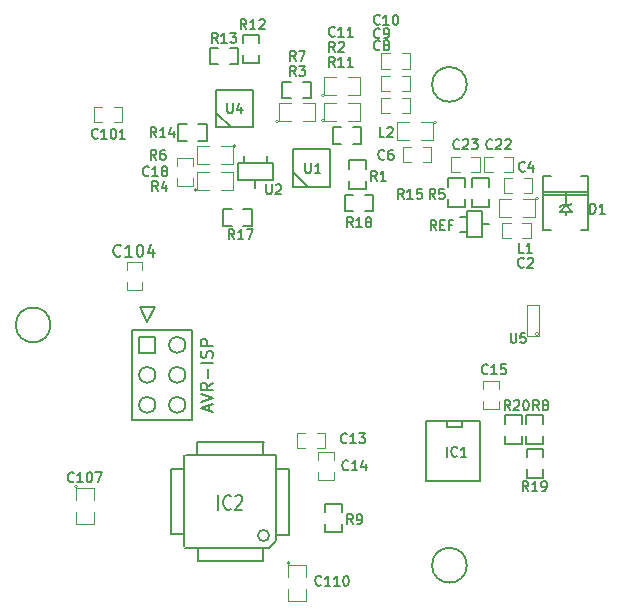
<source format=gto>
G04 (created by PCBNEW (2013-mar-13)-testing) date Mon 02 Sep 2013 08:45:34 PM CEST*
%MOIN*%
G04 Gerber Fmt 3.4, Leading zero omitted, Abs format*
%FSLAX34Y34*%
G01*
G70*
G90*
G04 APERTURE LIST*
%ADD10C,0.005906*%
%ADD11C,0.008000*%
%ADD12C,0.005000*%
%ADD13C,0.004700*%
%ADD14C,0.003900*%
%ADD15C,0.006000*%
%ADD16C,0.003100*%
G04 APERTURE END LIST*
G54D10*
X46840Y-29670D02*
X47090Y-29170D01*
X47090Y-29170D02*
X46590Y-29170D01*
X46590Y-29170D02*
X46840Y-29670D01*
G54D11*
X46340Y-32920D02*
X46340Y-29920D01*
X48340Y-29920D02*
X48340Y-32920D01*
X48340Y-32920D02*
X46340Y-32920D01*
X46340Y-29920D02*
X48340Y-29920D01*
G54D12*
X58005Y-26400D02*
X58225Y-26400D01*
X57495Y-26655D02*
X57275Y-26655D01*
X57495Y-26145D02*
X57275Y-26145D01*
X58005Y-25965D02*
X58005Y-26835D01*
X58005Y-26835D02*
X57495Y-26835D01*
X57495Y-26835D02*
X57495Y-25965D01*
X57495Y-25965D02*
X58005Y-25965D01*
X49597Y-21075D02*
X49875Y-21075D01*
X49875Y-21075D02*
X49875Y-20525D01*
X49875Y-20525D02*
X49597Y-20525D01*
X48925Y-21075D02*
X49203Y-21075D01*
X48925Y-21075D02*
X48925Y-20525D01*
X48925Y-20525D02*
X49203Y-20525D01*
G54D11*
X52200Y-25150D02*
X51700Y-24675D01*
X51700Y-25150D02*
X52950Y-25150D01*
X52950Y-25150D02*
X52950Y-23900D01*
X52950Y-23900D02*
X51700Y-23900D01*
X51700Y-23900D02*
X51700Y-25150D01*
G54D12*
X50075Y-24375D02*
X50075Y-24115D01*
X50825Y-24375D02*
X50825Y-24115D01*
X50450Y-24925D02*
X50450Y-25185D01*
X51040Y-24925D02*
X49860Y-24925D01*
X49860Y-24925D02*
X49860Y-24375D01*
X49860Y-24375D02*
X51040Y-24375D01*
X51040Y-24375D02*
X51040Y-24925D01*
G54D13*
X58953Y-26344D02*
X58678Y-26344D01*
X59347Y-26344D02*
X59622Y-26344D01*
X58953Y-26856D02*
X58678Y-26856D01*
X59622Y-26856D02*
X59347Y-26856D01*
X58678Y-26850D02*
X58678Y-26350D01*
X59622Y-26350D02*
X59622Y-26850D01*
X59397Y-25356D02*
X59672Y-25356D01*
X59003Y-25356D02*
X58728Y-25356D01*
X59397Y-24844D02*
X59672Y-24844D01*
X58728Y-24844D02*
X59003Y-24844D01*
X59672Y-24850D02*
X59672Y-25350D01*
X58728Y-25350D02*
X58728Y-24850D01*
X55643Y-23824D02*
X55368Y-23824D01*
X56037Y-23824D02*
X56312Y-23824D01*
X55643Y-24336D02*
X55368Y-24336D01*
X56312Y-24336D02*
X56037Y-24336D01*
X55368Y-24330D02*
X55368Y-23830D01*
X56312Y-23830D02*
X56312Y-24330D01*
X54923Y-22184D02*
X54648Y-22184D01*
X55317Y-22184D02*
X55592Y-22184D01*
X54923Y-22696D02*
X54648Y-22696D01*
X55592Y-22696D02*
X55317Y-22696D01*
X54648Y-22690D02*
X54648Y-22190D01*
X55592Y-22190D02*
X55592Y-22690D01*
X54923Y-21444D02*
X54648Y-21444D01*
X55317Y-21444D02*
X55592Y-21444D01*
X54923Y-21956D02*
X54648Y-21956D01*
X55592Y-21956D02*
X55317Y-21956D01*
X54648Y-21950D02*
X54648Y-21450D01*
X55592Y-21450D02*
X55592Y-21950D01*
X54923Y-20704D02*
X54648Y-20704D01*
X55317Y-20704D02*
X55592Y-20704D01*
X54923Y-21216D02*
X54648Y-21216D01*
X55592Y-21216D02*
X55317Y-21216D01*
X54648Y-21210D02*
X54648Y-20710D01*
X55592Y-20710D02*
X55592Y-21210D01*
X52497Y-33856D02*
X52772Y-33856D01*
X52103Y-33856D02*
X51828Y-33856D01*
X52497Y-33344D02*
X52772Y-33344D01*
X51828Y-33344D02*
X52103Y-33344D01*
X52772Y-33350D02*
X52772Y-33850D01*
X51828Y-33850D02*
X51828Y-33350D01*
X53056Y-34253D02*
X53056Y-33978D01*
X53056Y-34647D02*
X53056Y-34922D01*
X52544Y-34253D02*
X52544Y-33978D01*
X52544Y-34922D02*
X52544Y-34647D01*
X52550Y-33978D02*
X53050Y-33978D01*
X53050Y-34922D02*
X52550Y-34922D01*
X58556Y-31903D02*
X58556Y-31628D01*
X58556Y-32297D02*
X58556Y-32572D01*
X58044Y-31903D02*
X58044Y-31628D01*
X58044Y-32572D02*
X58044Y-32297D01*
X58050Y-31628D02*
X58550Y-31628D01*
X58550Y-32572D02*
X58050Y-32572D01*
G54D14*
X59875Y-25550D02*
G75*
G03X59875Y-25550I-50J0D01*
G74*
G01*
X59375Y-25550D02*
X59775Y-25550D01*
X59775Y-25550D02*
X59775Y-26150D01*
X59775Y-26150D02*
X59375Y-26150D01*
X58975Y-26150D02*
X58575Y-26150D01*
X58575Y-26150D02*
X58575Y-25550D01*
X58575Y-25550D02*
X58975Y-25550D01*
X56480Y-23000D02*
G75*
G03X56480Y-23000I-50J0D01*
G74*
G01*
X55980Y-23000D02*
X56380Y-23000D01*
X56380Y-23000D02*
X56380Y-23600D01*
X56380Y-23600D02*
X55980Y-23600D01*
X55580Y-23600D02*
X55180Y-23600D01*
X55180Y-23600D02*
X55180Y-23000D01*
X55180Y-23000D02*
X55580Y-23000D01*
G54D12*
X57950Y-32950D02*
X57950Y-34950D01*
X57950Y-34950D02*
X56150Y-34950D01*
X56150Y-34950D02*
X56150Y-32950D01*
X56150Y-32950D02*
X57950Y-32950D01*
X57350Y-32950D02*
X57350Y-33150D01*
X57350Y-33150D02*
X56850Y-33150D01*
X56850Y-33150D02*
X56850Y-32950D01*
G54D14*
X52750Y-22100D02*
G75*
G03X52750Y-22100I-50J0D01*
G74*
G01*
X53150Y-22100D02*
X52750Y-22100D01*
X52750Y-22100D02*
X52750Y-21500D01*
X52750Y-21500D02*
X53150Y-21500D01*
X53550Y-21500D02*
X53950Y-21500D01*
X53950Y-21500D02*
X53950Y-22100D01*
X53950Y-22100D02*
X53550Y-22100D01*
G54D11*
X49625Y-23175D02*
X49125Y-22700D01*
X49125Y-23175D02*
X50375Y-23175D01*
X50375Y-23175D02*
X50375Y-21925D01*
X50375Y-21925D02*
X49125Y-21925D01*
X49125Y-21925D02*
X49125Y-23175D01*
G54D15*
X47620Y-34560D02*
X48070Y-34560D01*
X47620Y-36740D02*
X48060Y-36740D01*
X47620Y-34560D02*
X47620Y-36740D01*
X48500Y-34090D02*
X48500Y-33660D01*
X50710Y-34080D02*
X50710Y-33660D01*
X50720Y-33660D02*
X48500Y-33650D01*
X50700Y-37630D02*
X48530Y-37640D01*
X51130Y-36940D02*
X51130Y-34110D01*
X48520Y-37630D02*
X48520Y-37220D01*
X50880Y-37180D02*
X48100Y-37180D01*
X48080Y-34100D02*
X48080Y-37140D01*
X51130Y-34100D02*
X48130Y-34100D01*
X51580Y-36770D02*
X51580Y-34550D01*
X51580Y-34550D02*
X51130Y-34550D01*
X51126Y-36950D02*
X50896Y-37180D01*
X51578Y-36770D02*
X51126Y-36770D01*
X50700Y-37180D02*
X50700Y-37632D01*
X50906Y-36776D02*
G75*
G03X50906Y-36776I-188J0D01*
G74*
G01*
G54D12*
X60800Y-26000D02*
X60800Y-26080D01*
X60050Y-26600D02*
X60050Y-24800D01*
X60050Y-24800D02*
X60300Y-24800D01*
X61550Y-25440D02*
X60050Y-25440D01*
X61550Y-25310D02*
X60050Y-25310D01*
X61300Y-26600D02*
X61550Y-26600D01*
X61550Y-26600D02*
X61550Y-24800D01*
X61550Y-24800D02*
X61300Y-24800D01*
X60300Y-26600D02*
X60050Y-26600D01*
X60800Y-25750D02*
X60613Y-26000D01*
X60613Y-26000D02*
X60800Y-26000D01*
X60800Y-26000D02*
X60987Y-26000D01*
X60987Y-26000D02*
X60800Y-25750D01*
X60800Y-25750D02*
X60675Y-25750D01*
X60675Y-25750D02*
X60613Y-25812D01*
X60800Y-25750D02*
X60925Y-25750D01*
X60925Y-25750D02*
X60987Y-25688D01*
X60800Y-25750D02*
X60800Y-25313D01*
G54D13*
X47844Y-24847D02*
X47844Y-25122D01*
X47844Y-24453D02*
X47844Y-24178D01*
X48356Y-24847D02*
X48356Y-25122D01*
X48356Y-24178D02*
X48356Y-24453D01*
X48350Y-25122D02*
X47850Y-25122D01*
X47850Y-24178D02*
X48350Y-24178D01*
X58353Y-24144D02*
X58078Y-24144D01*
X58747Y-24144D02*
X59022Y-24144D01*
X58353Y-24656D02*
X58078Y-24656D01*
X59022Y-24656D02*
X58747Y-24656D01*
X58078Y-24650D02*
X58078Y-24150D01*
X59022Y-24150D02*
X59022Y-24650D01*
X57647Y-24656D02*
X57922Y-24656D01*
X57253Y-24656D02*
X56978Y-24656D01*
X57647Y-24144D02*
X57922Y-24144D01*
X56978Y-24144D02*
X57253Y-24144D01*
X57922Y-24150D02*
X57922Y-24650D01*
X56978Y-24650D02*
X56978Y-24150D01*
G54D12*
X53303Y-23175D02*
X53025Y-23175D01*
X53025Y-23175D02*
X53025Y-23725D01*
X53025Y-23725D02*
X53303Y-23725D01*
X53975Y-23175D02*
X53697Y-23175D01*
X53975Y-23175D02*
X53975Y-23725D01*
X53975Y-23725D02*
X53697Y-23725D01*
X50575Y-20363D02*
X50575Y-20085D01*
X50575Y-20085D02*
X50025Y-20085D01*
X50025Y-20085D02*
X50025Y-20363D01*
X50575Y-21035D02*
X50575Y-20757D01*
X50575Y-21035D02*
X50025Y-21035D01*
X50025Y-21035D02*
X50025Y-20757D01*
X48547Y-23625D02*
X48825Y-23625D01*
X48825Y-23625D02*
X48825Y-23075D01*
X48825Y-23075D02*
X48547Y-23075D01*
X47875Y-23625D02*
X48153Y-23625D01*
X47875Y-23625D02*
X47875Y-23075D01*
X47875Y-23075D02*
X48153Y-23075D01*
X56875Y-25547D02*
X56875Y-25825D01*
X56875Y-25825D02*
X57425Y-25825D01*
X57425Y-25825D02*
X57425Y-25547D01*
X56875Y-24875D02*
X56875Y-25153D01*
X56875Y-24875D02*
X57425Y-24875D01*
X57425Y-24875D02*
X57425Y-25153D01*
G54D14*
X52750Y-22950D02*
G75*
G03X52750Y-22950I-50J0D01*
G74*
G01*
X53150Y-22950D02*
X52750Y-22950D01*
X52750Y-22950D02*
X52750Y-22350D01*
X52750Y-22350D02*
X53150Y-22350D01*
X53550Y-22350D02*
X53950Y-22350D01*
X53950Y-22350D02*
X53950Y-22950D01*
X53950Y-22950D02*
X53550Y-22950D01*
X51225Y-22975D02*
G75*
G03X51225Y-22975I-50J0D01*
G74*
G01*
X51625Y-22975D02*
X51225Y-22975D01*
X51225Y-22975D02*
X51225Y-22375D01*
X51225Y-22375D02*
X51625Y-22375D01*
X52025Y-22375D02*
X52425Y-22375D01*
X52425Y-22375D02*
X52425Y-22975D01*
X52425Y-22975D02*
X52025Y-22975D01*
X48500Y-25250D02*
G75*
G03X48500Y-25250I-50J0D01*
G74*
G01*
X48900Y-25250D02*
X48500Y-25250D01*
X48500Y-25250D02*
X48500Y-24650D01*
X48500Y-24650D02*
X48900Y-24650D01*
X49300Y-24650D02*
X49700Y-24650D01*
X49700Y-24650D02*
X49700Y-25250D01*
X49700Y-25250D02*
X49300Y-25250D01*
X49800Y-23800D02*
G75*
G03X49800Y-23800I-50J0D01*
G74*
G01*
X49300Y-23800D02*
X49700Y-23800D01*
X49700Y-23800D02*
X49700Y-24400D01*
X49700Y-24400D02*
X49300Y-24400D01*
X48900Y-24400D02*
X48500Y-24400D01*
X48500Y-24400D02*
X48500Y-23800D01*
X48500Y-23800D02*
X48900Y-23800D01*
G54D12*
X53575Y-24947D02*
X53575Y-25225D01*
X53575Y-25225D02*
X54125Y-25225D01*
X54125Y-25225D02*
X54125Y-24947D01*
X53575Y-24275D02*
X53575Y-24553D01*
X53575Y-24275D02*
X54125Y-24275D01*
X54125Y-24275D02*
X54125Y-24553D01*
X57675Y-25547D02*
X57675Y-25825D01*
X57675Y-25825D02*
X58225Y-25825D01*
X58225Y-25825D02*
X58225Y-25547D01*
X57675Y-24875D02*
X57675Y-25153D01*
X57675Y-24875D02*
X58225Y-24875D01*
X58225Y-24875D02*
X58225Y-25153D01*
X51628Y-21650D02*
X51350Y-21650D01*
X51350Y-21650D02*
X51350Y-22200D01*
X51350Y-22200D02*
X51628Y-22200D01*
X52300Y-21650D02*
X52022Y-21650D01*
X52300Y-21650D02*
X52300Y-22200D01*
X52300Y-22200D02*
X52022Y-22200D01*
X59475Y-33447D02*
X59475Y-33725D01*
X59475Y-33725D02*
X60025Y-33725D01*
X60025Y-33725D02*
X60025Y-33447D01*
X59475Y-32775D02*
X59475Y-33053D01*
X59475Y-32775D02*
X60025Y-32775D01*
X60025Y-32775D02*
X60025Y-33053D01*
X53325Y-36003D02*
X53325Y-35725D01*
X53325Y-35725D02*
X52775Y-35725D01*
X52775Y-35725D02*
X52775Y-36003D01*
X53325Y-36675D02*
X53325Y-36397D01*
X53325Y-36675D02*
X52775Y-36675D01*
X52775Y-36675D02*
X52775Y-36397D01*
X49653Y-25905D02*
X49375Y-25905D01*
X49375Y-25905D02*
X49375Y-26455D01*
X49375Y-26455D02*
X49653Y-26455D01*
X50325Y-25905D02*
X50047Y-25905D01*
X50325Y-25905D02*
X50325Y-26455D01*
X50325Y-26455D02*
X50047Y-26455D01*
X54097Y-25975D02*
X54375Y-25975D01*
X54375Y-25975D02*
X54375Y-25425D01*
X54375Y-25425D02*
X54097Y-25425D01*
X53425Y-25975D02*
X53703Y-25975D01*
X53425Y-25975D02*
X53425Y-25425D01*
X53425Y-25425D02*
X53703Y-25425D01*
G54D13*
X45333Y-22494D02*
X45058Y-22494D01*
X45727Y-22494D02*
X46002Y-22494D01*
X45333Y-23006D02*
X45058Y-23006D01*
X46002Y-23006D02*
X45727Y-23006D01*
X45058Y-23000D02*
X45058Y-22500D01*
X46002Y-22500D02*
X46002Y-23000D01*
X46164Y-28327D02*
X46164Y-28602D01*
X46164Y-27933D02*
X46164Y-27658D01*
X46676Y-28327D02*
X46676Y-28602D01*
X46676Y-27658D02*
X46676Y-27933D01*
X46670Y-28602D02*
X46170Y-28602D01*
X46170Y-27658D02*
X46670Y-27658D01*
G54D14*
X44510Y-35140D02*
G75*
G03X44510Y-35140I-50J0D01*
G74*
G01*
X44460Y-35590D02*
X44460Y-35190D01*
X44460Y-35190D02*
X45060Y-35190D01*
X45060Y-35190D02*
X45060Y-35590D01*
X45060Y-35990D02*
X45060Y-36390D01*
X45060Y-36390D02*
X44460Y-36390D01*
X44460Y-36390D02*
X44460Y-35990D01*
G54D12*
X59485Y-34567D02*
X59485Y-34845D01*
X59485Y-34845D02*
X60035Y-34845D01*
X60035Y-34845D02*
X60035Y-34567D01*
X59485Y-33895D02*
X59485Y-34173D01*
X59485Y-33895D02*
X60035Y-33895D01*
X60035Y-33895D02*
X60035Y-34173D01*
X59325Y-33053D02*
X59325Y-32775D01*
X59325Y-32775D02*
X58775Y-32775D01*
X58775Y-32775D02*
X58775Y-33053D01*
X59325Y-33725D02*
X59325Y-33447D01*
X59325Y-33725D02*
X58775Y-33725D01*
X58775Y-33725D02*
X58775Y-33447D01*
G54D16*
X59900Y-30063D02*
G75*
G03X59900Y-30063I-62J0D01*
G74*
G01*
X59500Y-29100D02*
X59900Y-29100D01*
X59500Y-30125D02*
X59900Y-30125D01*
X59900Y-29100D02*
X59900Y-30125D01*
X59500Y-30125D02*
X59500Y-29100D01*
G54D14*
X51600Y-37700D02*
G75*
G03X51600Y-37700I-50J0D01*
G74*
G01*
X51550Y-38150D02*
X51550Y-37750D01*
X51550Y-37750D02*
X52150Y-37750D01*
X52150Y-37750D02*
X52150Y-38150D01*
X52150Y-38550D02*
X52150Y-38950D01*
X52150Y-38950D02*
X51550Y-38950D01*
X51550Y-38950D02*
X51550Y-38550D01*
G54D10*
X46569Y-30149D02*
X46569Y-30690D01*
X47110Y-30690D01*
X47110Y-30149D01*
X46569Y-30149D01*
X48110Y-30420D02*
G75*
G03X48110Y-30420I-270J0D01*
G74*
G01*
X47110Y-31420D02*
G75*
G03X47110Y-31420I-270J0D01*
G74*
G01*
X48110Y-31420D02*
G75*
G03X48110Y-31420I-270J0D01*
G74*
G01*
X47110Y-32420D02*
G75*
G03X47110Y-32420I-270J0D01*
G74*
G01*
X48110Y-32420D02*
G75*
G03X48110Y-32420I-270J0D01*
G74*
G01*
X43616Y-29755D02*
G75*
G03X43616Y-29755I-580J0D01*
G74*
G01*
X57494Y-37766D02*
G75*
G03X57494Y-37766I-580J0D01*
G74*
G01*
X57494Y-21739D02*
G75*
G03X57494Y-21739I-580J0D01*
G74*
G01*
G54D11*
X48906Y-32620D02*
X48906Y-32429D01*
X49020Y-32658D02*
X48620Y-32524D01*
X49020Y-32391D01*
X48620Y-32315D02*
X49020Y-32181D01*
X48620Y-32048D01*
X49020Y-31686D02*
X48830Y-31820D01*
X49020Y-31915D02*
X48620Y-31915D01*
X48620Y-31762D01*
X48640Y-31724D01*
X48659Y-31705D01*
X48697Y-31686D01*
X48754Y-31686D01*
X48792Y-31705D01*
X48811Y-31724D01*
X48830Y-31762D01*
X48830Y-31915D01*
X48868Y-31515D02*
X48868Y-31210D01*
X49020Y-31020D02*
X48620Y-31020D01*
X49001Y-30848D02*
X49020Y-30791D01*
X49020Y-30696D01*
X49001Y-30658D01*
X48982Y-30639D01*
X48944Y-30620D01*
X48906Y-30620D01*
X48868Y-30639D01*
X48849Y-30658D01*
X48830Y-30696D01*
X48811Y-30772D01*
X48792Y-30810D01*
X48773Y-30829D01*
X48735Y-30848D01*
X48697Y-30848D01*
X48659Y-30829D01*
X48640Y-30810D01*
X48620Y-30772D01*
X48620Y-30677D01*
X48640Y-30620D01*
X49020Y-30448D02*
X48620Y-30448D01*
X48620Y-30296D01*
X48640Y-30258D01*
X48659Y-30239D01*
X48697Y-30220D01*
X48754Y-30220D01*
X48792Y-30239D01*
X48811Y-30258D01*
X48830Y-30296D01*
X48830Y-30448D01*
G54D10*
X56467Y-26594D02*
X56360Y-26442D01*
X56284Y-26594D02*
X56284Y-26274D01*
X56406Y-26274D01*
X56436Y-26290D01*
X56451Y-26305D01*
X56467Y-26335D01*
X56467Y-26381D01*
X56451Y-26411D01*
X56436Y-26427D01*
X56406Y-26442D01*
X56284Y-26442D01*
X56604Y-26427D02*
X56710Y-26427D01*
X56756Y-26594D02*
X56604Y-26594D01*
X56604Y-26274D01*
X56756Y-26274D01*
X57000Y-26427D02*
X56893Y-26427D01*
X56893Y-26594D02*
X56893Y-26274D01*
X57046Y-26274D01*
G54D15*
X49194Y-20344D02*
X49087Y-20192D01*
X49011Y-20344D02*
X49011Y-20024D01*
X49133Y-20024D01*
X49163Y-20040D01*
X49179Y-20055D01*
X49194Y-20085D01*
X49194Y-20131D01*
X49179Y-20161D01*
X49163Y-20177D01*
X49133Y-20192D01*
X49011Y-20192D01*
X49499Y-20344D02*
X49316Y-20344D01*
X49407Y-20344D02*
X49407Y-20024D01*
X49377Y-20070D01*
X49346Y-20100D01*
X49316Y-20116D01*
X49605Y-20024D02*
X49803Y-20024D01*
X49697Y-20146D01*
X49742Y-20146D01*
X49773Y-20161D01*
X49788Y-20177D01*
X49803Y-20207D01*
X49803Y-20283D01*
X49788Y-20314D01*
X49773Y-20329D01*
X49742Y-20344D01*
X49651Y-20344D01*
X49620Y-20329D01*
X49605Y-20314D01*
G54D10*
X52106Y-24374D02*
X52106Y-24633D01*
X52121Y-24664D01*
X52136Y-24679D01*
X52167Y-24694D01*
X52228Y-24694D01*
X52258Y-24679D01*
X52273Y-24664D01*
X52289Y-24633D01*
X52289Y-24374D01*
X52609Y-24694D02*
X52426Y-24694D01*
X52517Y-24694D02*
X52517Y-24374D01*
X52487Y-24420D01*
X52456Y-24450D01*
X52426Y-24466D01*
X50806Y-25074D02*
X50806Y-25333D01*
X50821Y-25364D01*
X50836Y-25379D01*
X50867Y-25394D01*
X50928Y-25394D01*
X50958Y-25379D01*
X50973Y-25364D01*
X50989Y-25333D01*
X50989Y-25074D01*
X51126Y-25105D02*
X51141Y-25090D01*
X51171Y-25074D01*
X51248Y-25074D01*
X51278Y-25090D01*
X51293Y-25105D01*
X51309Y-25135D01*
X51309Y-25166D01*
X51293Y-25211D01*
X51110Y-25394D01*
X51309Y-25394D01*
X59396Y-27814D02*
X59381Y-27829D01*
X59335Y-27844D01*
X59305Y-27844D01*
X59259Y-27829D01*
X59229Y-27799D01*
X59213Y-27768D01*
X59198Y-27707D01*
X59198Y-27661D01*
X59213Y-27600D01*
X59229Y-27570D01*
X59259Y-27540D01*
X59305Y-27524D01*
X59335Y-27524D01*
X59381Y-27540D01*
X59396Y-27555D01*
X59518Y-27555D02*
X59533Y-27540D01*
X59564Y-27524D01*
X59640Y-27524D01*
X59670Y-27540D01*
X59686Y-27555D01*
X59701Y-27585D01*
X59701Y-27616D01*
X59686Y-27661D01*
X59503Y-27844D01*
X59701Y-27844D01*
X59421Y-24614D02*
X59406Y-24629D01*
X59360Y-24644D01*
X59330Y-24644D01*
X59284Y-24629D01*
X59254Y-24599D01*
X59238Y-24568D01*
X59223Y-24507D01*
X59223Y-24461D01*
X59238Y-24400D01*
X59254Y-24370D01*
X59284Y-24340D01*
X59330Y-24324D01*
X59360Y-24324D01*
X59406Y-24340D01*
X59421Y-24355D01*
X59695Y-24431D02*
X59695Y-24644D01*
X59619Y-24309D02*
X59543Y-24538D01*
X59741Y-24538D01*
X54746Y-24214D02*
X54731Y-24229D01*
X54685Y-24244D01*
X54655Y-24244D01*
X54609Y-24229D01*
X54579Y-24199D01*
X54563Y-24168D01*
X54548Y-24107D01*
X54548Y-24061D01*
X54563Y-24000D01*
X54579Y-23970D01*
X54609Y-23940D01*
X54655Y-23924D01*
X54685Y-23924D01*
X54731Y-23940D01*
X54746Y-23955D01*
X55020Y-23924D02*
X54960Y-23924D01*
X54929Y-23940D01*
X54914Y-23955D01*
X54883Y-24000D01*
X54868Y-24061D01*
X54868Y-24183D01*
X54883Y-24214D01*
X54899Y-24229D01*
X54929Y-24244D01*
X54990Y-24244D01*
X55020Y-24229D01*
X55036Y-24214D01*
X55051Y-24183D01*
X55051Y-24107D01*
X55036Y-24077D01*
X55020Y-24061D01*
X54990Y-24046D01*
X54929Y-24046D01*
X54899Y-24061D01*
X54883Y-24077D01*
X54868Y-24107D01*
X54596Y-20564D02*
X54581Y-20579D01*
X54535Y-20594D01*
X54505Y-20594D01*
X54459Y-20579D01*
X54429Y-20549D01*
X54413Y-20518D01*
X54398Y-20457D01*
X54398Y-20411D01*
X54413Y-20350D01*
X54429Y-20320D01*
X54459Y-20290D01*
X54505Y-20274D01*
X54535Y-20274D01*
X54581Y-20290D01*
X54596Y-20305D01*
X54779Y-20411D02*
X54749Y-20396D01*
X54733Y-20381D01*
X54718Y-20350D01*
X54718Y-20335D01*
X54733Y-20305D01*
X54749Y-20290D01*
X54779Y-20274D01*
X54840Y-20274D01*
X54870Y-20290D01*
X54886Y-20305D01*
X54901Y-20335D01*
X54901Y-20350D01*
X54886Y-20381D01*
X54870Y-20396D01*
X54840Y-20411D01*
X54779Y-20411D01*
X54749Y-20427D01*
X54733Y-20442D01*
X54718Y-20472D01*
X54718Y-20533D01*
X54733Y-20564D01*
X54749Y-20579D01*
X54779Y-20594D01*
X54840Y-20594D01*
X54870Y-20579D01*
X54886Y-20564D01*
X54901Y-20533D01*
X54901Y-20472D01*
X54886Y-20442D01*
X54870Y-20427D01*
X54840Y-20411D01*
X54596Y-20164D02*
X54581Y-20179D01*
X54535Y-20194D01*
X54505Y-20194D01*
X54459Y-20179D01*
X54429Y-20149D01*
X54413Y-20118D01*
X54398Y-20057D01*
X54398Y-20011D01*
X54413Y-19950D01*
X54429Y-19920D01*
X54459Y-19890D01*
X54505Y-19874D01*
X54535Y-19874D01*
X54581Y-19890D01*
X54596Y-19905D01*
X54749Y-20194D02*
X54810Y-20194D01*
X54840Y-20179D01*
X54855Y-20164D01*
X54886Y-20118D01*
X54901Y-20057D01*
X54901Y-19935D01*
X54886Y-19905D01*
X54870Y-19890D01*
X54840Y-19874D01*
X54779Y-19874D01*
X54749Y-19890D01*
X54733Y-19905D01*
X54718Y-19935D01*
X54718Y-20011D01*
X54733Y-20042D01*
X54749Y-20057D01*
X54779Y-20072D01*
X54840Y-20072D01*
X54870Y-20057D01*
X54886Y-20042D01*
X54901Y-20011D01*
X54594Y-19714D02*
X54579Y-19729D01*
X54533Y-19744D01*
X54502Y-19744D01*
X54457Y-19729D01*
X54426Y-19699D01*
X54411Y-19668D01*
X54396Y-19607D01*
X54396Y-19561D01*
X54411Y-19500D01*
X54426Y-19470D01*
X54457Y-19440D01*
X54502Y-19424D01*
X54533Y-19424D01*
X54579Y-19440D01*
X54594Y-19455D01*
X54899Y-19744D02*
X54716Y-19744D01*
X54807Y-19744D02*
X54807Y-19424D01*
X54777Y-19470D01*
X54746Y-19500D01*
X54716Y-19516D01*
X55097Y-19424D02*
X55127Y-19424D01*
X55158Y-19440D01*
X55173Y-19455D01*
X55188Y-19485D01*
X55203Y-19546D01*
X55203Y-19622D01*
X55188Y-19683D01*
X55173Y-19714D01*
X55158Y-19729D01*
X55127Y-19744D01*
X55097Y-19744D01*
X55066Y-19729D01*
X55051Y-19714D01*
X55036Y-19683D01*
X55020Y-19622D01*
X55020Y-19546D01*
X55036Y-19485D01*
X55051Y-19455D01*
X55066Y-19440D01*
X55097Y-19424D01*
X53494Y-33664D02*
X53479Y-33679D01*
X53433Y-33694D01*
X53402Y-33694D01*
X53357Y-33679D01*
X53326Y-33649D01*
X53311Y-33618D01*
X53296Y-33557D01*
X53296Y-33511D01*
X53311Y-33450D01*
X53326Y-33420D01*
X53357Y-33390D01*
X53402Y-33374D01*
X53433Y-33374D01*
X53479Y-33390D01*
X53494Y-33405D01*
X53799Y-33694D02*
X53616Y-33694D01*
X53707Y-33694D02*
X53707Y-33374D01*
X53677Y-33420D01*
X53646Y-33450D01*
X53616Y-33466D01*
X53905Y-33374D02*
X54103Y-33374D01*
X53997Y-33496D01*
X54042Y-33496D01*
X54073Y-33511D01*
X54088Y-33527D01*
X54103Y-33557D01*
X54103Y-33633D01*
X54088Y-33664D01*
X54073Y-33679D01*
X54042Y-33694D01*
X53951Y-33694D01*
X53920Y-33679D01*
X53905Y-33664D01*
X53544Y-34564D02*
X53529Y-34579D01*
X53483Y-34594D01*
X53452Y-34594D01*
X53407Y-34579D01*
X53376Y-34549D01*
X53361Y-34518D01*
X53346Y-34457D01*
X53346Y-34411D01*
X53361Y-34350D01*
X53376Y-34320D01*
X53407Y-34290D01*
X53452Y-34274D01*
X53483Y-34274D01*
X53529Y-34290D01*
X53544Y-34305D01*
X53849Y-34594D02*
X53666Y-34594D01*
X53757Y-34594D02*
X53757Y-34274D01*
X53727Y-34320D01*
X53696Y-34350D01*
X53666Y-34366D01*
X54123Y-34381D02*
X54123Y-34594D01*
X54047Y-34259D02*
X53970Y-34488D01*
X54169Y-34488D01*
X58194Y-31364D02*
X58179Y-31379D01*
X58133Y-31394D01*
X58102Y-31394D01*
X58057Y-31379D01*
X58026Y-31349D01*
X58011Y-31318D01*
X57996Y-31257D01*
X57996Y-31211D01*
X58011Y-31150D01*
X58026Y-31120D01*
X58057Y-31090D01*
X58102Y-31074D01*
X58133Y-31074D01*
X58179Y-31090D01*
X58194Y-31105D01*
X58499Y-31394D02*
X58316Y-31394D01*
X58407Y-31394D02*
X58407Y-31074D01*
X58377Y-31120D01*
X58346Y-31150D01*
X58316Y-31166D01*
X58788Y-31074D02*
X58636Y-31074D01*
X58620Y-31227D01*
X58636Y-31211D01*
X58666Y-31196D01*
X58742Y-31196D01*
X58773Y-31211D01*
X58788Y-31227D01*
X58803Y-31257D01*
X58803Y-31333D01*
X58788Y-31364D01*
X58773Y-31379D01*
X58742Y-31394D01*
X58666Y-31394D01*
X58636Y-31379D01*
X58620Y-31364D01*
X59396Y-27344D02*
X59244Y-27344D01*
X59244Y-27024D01*
X59670Y-27344D02*
X59488Y-27344D01*
X59579Y-27344D02*
X59579Y-27024D01*
X59549Y-27070D01*
X59518Y-27100D01*
X59488Y-27116D01*
X54746Y-23494D02*
X54594Y-23494D01*
X54594Y-23174D01*
X54838Y-23205D02*
X54853Y-23190D01*
X54883Y-23174D01*
X54960Y-23174D01*
X54990Y-23190D01*
X55005Y-23205D01*
X55020Y-23235D01*
X55020Y-23266D01*
X55005Y-23311D01*
X54822Y-23494D01*
X55020Y-23494D01*
X56837Y-34144D02*
X56837Y-33824D01*
X57172Y-34114D02*
X57157Y-34129D01*
X57111Y-34144D01*
X57081Y-34144D01*
X57035Y-34129D01*
X57005Y-34099D01*
X56990Y-34068D01*
X56974Y-34007D01*
X56974Y-33961D01*
X56990Y-33900D01*
X57005Y-33870D01*
X57035Y-33840D01*
X57081Y-33824D01*
X57111Y-33824D01*
X57157Y-33840D01*
X57172Y-33855D01*
X57477Y-34144D02*
X57294Y-34144D01*
X57386Y-34144D02*
X57386Y-33824D01*
X57355Y-33870D01*
X57325Y-33900D01*
X57294Y-33916D01*
X53094Y-20114D02*
X53079Y-20129D01*
X53033Y-20144D01*
X53002Y-20144D01*
X52957Y-20129D01*
X52926Y-20099D01*
X52911Y-20068D01*
X52896Y-20007D01*
X52896Y-19961D01*
X52911Y-19900D01*
X52926Y-19870D01*
X52957Y-19840D01*
X53002Y-19824D01*
X53033Y-19824D01*
X53079Y-19840D01*
X53094Y-19855D01*
X53399Y-20144D02*
X53216Y-20144D01*
X53307Y-20144D02*
X53307Y-19824D01*
X53277Y-19870D01*
X53246Y-19900D01*
X53216Y-19916D01*
X53703Y-20144D02*
X53520Y-20144D01*
X53612Y-20144D02*
X53612Y-19824D01*
X53581Y-19870D01*
X53551Y-19900D01*
X53520Y-19916D01*
X49506Y-22374D02*
X49506Y-22633D01*
X49521Y-22664D01*
X49536Y-22679D01*
X49567Y-22694D01*
X49628Y-22694D01*
X49658Y-22679D01*
X49673Y-22664D01*
X49689Y-22633D01*
X49689Y-22374D01*
X49978Y-22481D02*
X49978Y-22694D01*
X49902Y-22359D02*
X49826Y-22588D01*
X50024Y-22588D01*
G54D11*
X49209Y-35926D02*
X49209Y-35426D01*
X49628Y-35878D02*
X49609Y-35902D01*
X49552Y-35926D01*
X49514Y-35926D01*
X49457Y-35902D01*
X49419Y-35854D01*
X49400Y-35807D01*
X49380Y-35711D01*
X49380Y-35640D01*
X49400Y-35545D01*
X49419Y-35497D01*
X49457Y-35450D01*
X49514Y-35426D01*
X49552Y-35426D01*
X49609Y-35450D01*
X49628Y-35473D01*
X49780Y-35473D02*
X49800Y-35450D01*
X49838Y-35426D01*
X49933Y-35426D01*
X49971Y-35450D01*
X49990Y-35473D01*
X50009Y-35521D01*
X50009Y-35569D01*
X49990Y-35640D01*
X49761Y-35926D01*
X50009Y-35926D01*
G54D10*
X61613Y-26044D02*
X61613Y-25724D01*
X61690Y-25724D01*
X61735Y-25740D01*
X61766Y-25770D01*
X61781Y-25800D01*
X61796Y-25861D01*
X61796Y-25907D01*
X61781Y-25968D01*
X61766Y-25999D01*
X61735Y-26029D01*
X61690Y-26044D01*
X61613Y-26044D01*
X62101Y-26044D02*
X61918Y-26044D01*
X62010Y-26044D02*
X62010Y-25724D01*
X61979Y-25770D01*
X61949Y-25800D01*
X61918Y-25816D01*
X46894Y-24764D02*
X46879Y-24779D01*
X46833Y-24794D01*
X46802Y-24794D01*
X46757Y-24779D01*
X46726Y-24749D01*
X46711Y-24718D01*
X46696Y-24657D01*
X46696Y-24611D01*
X46711Y-24550D01*
X46726Y-24520D01*
X46757Y-24490D01*
X46802Y-24474D01*
X46833Y-24474D01*
X46879Y-24490D01*
X46894Y-24505D01*
X47199Y-24794D02*
X47016Y-24794D01*
X47107Y-24794D02*
X47107Y-24474D01*
X47077Y-24520D01*
X47046Y-24550D01*
X47016Y-24566D01*
X47381Y-24611D02*
X47351Y-24596D01*
X47336Y-24581D01*
X47320Y-24550D01*
X47320Y-24535D01*
X47336Y-24505D01*
X47351Y-24490D01*
X47381Y-24474D01*
X47442Y-24474D01*
X47473Y-24490D01*
X47488Y-24505D01*
X47503Y-24535D01*
X47503Y-24550D01*
X47488Y-24581D01*
X47473Y-24596D01*
X47442Y-24611D01*
X47381Y-24611D01*
X47351Y-24627D01*
X47336Y-24642D01*
X47320Y-24672D01*
X47320Y-24733D01*
X47336Y-24764D01*
X47351Y-24779D01*
X47381Y-24794D01*
X47442Y-24794D01*
X47473Y-24779D01*
X47488Y-24764D01*
X47503Y-24733D01*
X47503Y-24672D01*
X47488Y-24642D01*
X47473Y-24627D01*
X47442Y-24611D01*
X58344Y-23864D02*
X58329Y-23879D01*
X58283Y-23894D01*
X58252Y-23894D01*
X58207Y-23879D01*
X58176Y-23849D01*
X58161Y-23818D01*
X58146Y-23757D01*
X58146Y-23711D01*
X58161Y-23650D01*
X58176Y-23620D01*
X58207Y-23590D01*
X58252Y-23574D01*
X58283Y-23574D01*
X58329Y-23590D01*
X58344Y-23605D01*
X58466Y-23605D02*
X58481Y-23590D01*
X58511Y-23574D01*
X58588Y-23574D01*
X58618Y-23590D01*
X58633Y-23605D01*
X58649Y-23635D01*
X58649Y-23666D01*
X58633Y-23711D01*
X58450Y-23894D01*
X58649Y-23894D01*
X58770Y-23605D02*
X58786Y-23590D01*
X58816Y-23574D01*
X58892Y-23574D01*
X58923Y-23590D01*
X58938Y-23605D01*
X58953Y-23635D01*
X58953Y-23666D01*
X58938Y-23711D01*
X58755Y-23894D01*
X58953Y-23894D01*
X57244Y-23864D02*
X57229Y-23879D01*
X57183Y-23894D01*
X57152Y-23894D01*
X57107Y-23879D01*
X57076Y-23849D01*
X57061Y-23818D01*
X57046Y-23757D01*
X57046Y-23711D01*
X57061Y-23650D01*
X57076Y-23620D01*
X57107Y-23590D01*
X57152Y-23574D01*
X57183Y-23574D01*
X57229Y-23590D01*
X57244Y-23605D01*
X57366Y-23605D02*
X57381Y-23590D01*
X57411Y-23574D01*
X57488Y-23574D01*
X57518Y-23590D01*
X57533Y-23605D01*
X57549Y-23635D01*
X57549Y-23666D01*
X57533Y-23711D01*
X57350Y-23894D01*
X57549Y-23894D01*
X57655Y-23574D02*
X57853Y-23574D01*
X57747Y-23696D01*
X57792Y-23696D01*
X57823Y-23711D01*
X57838Y-23727D01*
X57853Y-23757D01*
X57853Y-23833D01*
X57838Y-23864D01*
X57823Y-23879D01*
X57792Y-23894D01*
X57701Y-23894D01*
X57670Y-23879D01*
X57655Y-23864D01*
X53094Y-21144D02*
X52987Y-20992D01*
X52911Y-21144D02*
X52911Y-20824D01*
X53033Y-20824D01*
X53063Y-20840D01*
X53079Y-20855D01*
X53094Y-20885D01*
X53094Y-20931D01*
X53079Y-20961D01*
X53063Y-20977D01*
X53033Y-20992D01*
X52911Y-20992D01*
X53399Y-21144D02*
X53216Y-21144D01*
X53307Y-21144D02*
X53307Y-20824D01*
X53277Y-20870D01*
X53246Y-20900D01*
X53216Y-20916D01*
X53703Y-21144D02*
X53520Y-21144D01*
X53612Y-21144D02*
X53612Y-20824D01*
X53581Y-20870D01*
X53551Y-20900D01*
X53520Y-20916D01*
X50144Y-19894D02*
X50037Y-19742D01*
X49961Y-19894D02*
X49961Y-19574D01*
X50083Y-19574D01*
X50113Y-19590D01*
X50129Y-19605D01*
X50144Y-19635D01*
X50144Y-19681D01*
X50129Y-19711D01*
X50113Y-19727D01*
X50083Y-19742D01*
X49961Y-19742D01*
X50449Y-19894D02*
X50266Y-19894D01*
X50357Y-19894D02*
X50357Y-19574D01*
X50327Y-19620D01*
X50296Y-19650D01*
X50266Y-19666D01*
X50570Y-19605D02*
X50586Y-19590D01*
X50616Y-19574D01*
X50692Y-19574D01*
X50723Y-19590D01*
X50738Y-19605D01*
X50753Y-19635D01*
X50753Y-19666D01*
X50738Y-19711D01*
X50555Y-19894D01*
X50753Y-19894D01*
X47144Y-23494D02*
X47037Y-23342D01*
X46961Y-23494D02*
X46961Y-23174D01*
X47083Y-23174D01*
X47113Y-23190D01*
X47129Y-23205D01*
X47144Y-23235D01*
X47144Y-23281D01*
X47129Y-23311D01*
X47113Y-23327D01*
X47083Y-23342D01*
X46961Y-23342D01*
X47449Y-23494D02*
X47266Y-23494D01*
X47357Y-23494D02*
X47357Y-23174D01*
X47327Y-23220D01*
X47296Y-23250D01*
X47266Y-23266D01*
X47723Y-23281D02*
X47723Y-23494D01*
X47647Y-23159D02*
X47570Y-23388D01*
X47769Y-23388D01*
X55394Y-25544D02*
X55287Y-25392D01*
X55211Y-25544D02*
X55211Y-25224D01*
X55333Y-25224D01*
X55363Y-25240D01*
X55379Y-25255D01*
X55394Y-25285D01*
X55394Y-25331D01*
X55379Y-25361D01*
X55363Y-25377D01*
X55333Y-25392D01*
X55211Y-25392D01*
X55699Y-25544D02*
X55516Y-25544D01*
X55607Y-25544D02*
X55607Y-25224D01*
X55577Y-25270D01*
X55546Y-25300D01*
X55516Y-25316D01*
X55988Y-25224D02*
X55836Y-25224D01*
X55820Y-25377D01*
X55836Y-25361D01*
X55866Y-25346D01*
X55942Y-25346D01*
X55973Y-25361D01*
X55988Y-25377D01*
X56003Y-25407D01*
X56003Y-25483D01*
X55988Y-25514D01*
X55973Y-25529D01*
X55942Y-25544D01*
X55866Y-25544D01*
X55836Y-25529D01*
X55820Y-25514D01*
X53096Y-20644D02*
X52990Y-20492D01*
X52913Y-20644D02*
X52913Y-20324D01*
X53035Y-20324D01*
X53066Y-20340D01*
X53081Y-20355D01*
X53096Y-20385D01*
X53096Y-20431D01*
X53081Y-20461D01*
X53066Y-20477D01*
X53035Y-20492D01*
X52913Y-20492D01*
X53218Y-20355D02*
X53233Y-20340D01*
X53264Y-20324D01*
X53340Y-20324D01*
X53370Y-20340D01*
X53386Y-20355D01*
X53401Y-20385D01*
X53401Y-20416D01*
X53386Y-20461D01*
X53203Y-20644D01*
X53401Y-20644D01*
X51796Y-21444D02*
X51690Y-21292D01*
X51613Y-21444D02*
X51613Y-21124D01*
X51735Y-21124D01*
X51766Y-21140D01*
X51781Y-21155D01*
X51796Y-21185D01*
X51796Y-21231D01*
X51781Y-21261D01*
X51766Y-21277D01*
X51735Y-21292D01*
X51613Y-21292D01*
X51903Y-21124D02*
X52101Y-21124D01*
X51994Y-21246D01*
X52040Y-21246D01*
X52070Y-21261D01*
X52086Y-21277D01*
X52101Y-21307D01*
X52101Y-21383D01*
X52086Y-21414D01*
X52070Y-21429D01*
X52040Y-21444D01*
X51949Y-21444D01*
X51918Y-21429D01*
X51903Y-21414D01*
X47196Y-25294D02*
X47090Y-25142D01*
X47013Y-25294D02*
X47013Y-24974D01*
X47135Y-24974D01*
X47166Y-24990D01*
X47181Y-25005D01*
X47196Y-25035D01*
X47196Y-25081D01*
X47181Y-25111D01*
X47166Y-25127D01*
X47135Y-25142D01*
X47013Y-25142D01*
X47470Y-25081D02*
X47470Y-25294D01*
X47394Y-24959D02*
X47318Y-25188D01*
X47516Y-25188D01*
X47146Y-24244D02*
X47040Y-24092D01*
X46963Y-24244D02*
X46963Y-23924D01*
X47085Y-23924D01*
X47116Y-23940D01*
X47131Y-23955D01*
X47146Y-23985D01*
X47146Y-24031D01*
X47131Y-24061D01*
X47116Y-24077D01*
X47085Y-24092D01*
X46963Y-24092D01*
X47420Y-23924D02*
X47360Y-23924D01*
X47329Y-23940D01*
X47314Y-23955D01*
X47283Y-24000D01*
X47268Y-24061D01*
X47268Y-24183D01*
X47283Y-24214D01*
X47299Y-24229D01*
X47329Y-24244D01*
X47390Y-24244D01*
X47420Y-24229D01*
X47436Y-24214D01*
X47451Y-24183D01*
X47451Y-24107D01*
X47436Y-24077D01*
X47420Y-24061D01*
X47390Y-24046D01*
X47329Y-24046D01*
X47299Y-24061D01*
X47283Y-24077D01*
X47268Y-24107D01*
X54496Y-24944D02*
X54390Y-24792D01*
X54313Y-24944D02*
X54313Y-24624D01*
X54435Y-24624D01*
X54466Y-24640D01*
X54481Y-24655D01*
X54496Y-24685D01*
X54496Y-24731D01*
X54481Y-24761D01*
X54466Y-24777D01*
X54435Y-24792D01*
X54313Y-24792D01*
X54801Y-24944D02*
X54618Y-24944D01*
X54710Y-24944D02*
X54710Y-24624D01*
X54679Y-24670D01*
X54649Y-24700D01*
X54618Y-24716D01*
X56446Y-25544D02*
X56340Y-25392D01*
X56263Y-25544D02*
X56263Y-25224D01*
X56385Y-25224D01*
X56416Y-25240D01*
X56431Y-25255D01*
X56446Y-25285D01*
X56446Y-25331D01*
X56431Y-25361D01*
X56416Y-25377D01*
X56385Y-25392D01*
X56263Y-25392D01*
X56736Y-25224D02*
X56583Y-25224D01*
X56568Y-25377D01*
X56583Y-25361D01*
X56614Y-25346D01*
X56690Y-25346D01*
X56720Y-25361D01*
X56736Y-25377D01*
X56751Y-25407D01*
X56751Y-25483D01*
X56736Y-25514D01*
X56720Y-25529D01*
X56690Y-25544D01*
X56614Y-25544D01*
X56583Y-25529D01*
X56568Y-25514D01*
X51796Y-20944D02*
X51690Y-20792D01*
X51613Y-20944D02*
X51613Y-20624D01*
X51735Y-20624D01*
X51766Y-20640D01*
X51781Y-20655D01*
X51796Y-20685D01*
X51796Y-20731D01*
X51781Y-20761D01*
X51766Y-20777D01*
X51735Y-20792D01*
X51613Y-20792D01*
X51903Y-20624D02*
X52116Y-20624D01*
X51979Y-20944D01*
X59896Y-32594D02*
X59790Y-32442D01*
X59713Y-32594D02*
X59713Y-32274D01*
X59835Y-32274D01*
X59866Y-32290D01*
X59881Y-32305D01*
X59896Y-32335D01*
X59896Y-32381D01*
X59881Y-32411D01*
X59866Y-32427D01*
X59835Y-32442D01*
X59713Y-32442D01*
X60079Y-32411D02*
X60049Y-32396D01*
X60033Y-32381D01*
X60018Y-32350D01*
X60018Y-32335D01*
X60033Y-32305D01*
X60049Y-32290D01*
X60079Y-32274D01*
X60140Y-32274D01*
X60170Y-32290D01*
X60186Y-32305D01*
X60201Y-32335D01*
X60201Y-32350D01*
X60186Y-32381D01*
X60170Y-32396D01*
X60140Y-32411D01*
X60079Y-32411D01*
X60049Y-32427D01*
X60033Y-32442D01*
X60018Y-32472D01*
X60018Y-32533D01*
X60033Y-32564D01*
X60049Y-32579D01*
X60079Y-32594D01*
X60140Y-32594D01*
X60170Y-32579D01*
X60186Y-32564D01*
X60201Y-32533D01*
X60201Y-32472D01*
X60186Y-32442D01*
X60170Y-32427D01*
X60140Y-32411D01*
X53696Y-36394D02*
X53590Y-36242D01*
X53513Y-36394D02*
X53513Y-36074D01*
X53635Y-36074D01*
X53666Y-36090D01*
X53681Y-36105D01*
X53696Y-36135D01*
X53696Y-36181D01*
X53681Y-36211D01*
X53666Y-36227D01*
X53635Y-36242D01*
X53513Y-36242D01*
X53849Y-36394D02*
X53910Y-36394D01*
X53940Y-36379D01*
X53955Y-36364D01*
X53986Y-36318D01*
X54001Y-36257D01*
X54001Y-36135D01*
X53986Y-36105D01*
X53970Y-36090D01*
X53940Y-36074D01*
X53879Y-36074D01*
X53849Y-36090D01*
X53833Y-36105D01*
X53818Y-36135D01*
X53818Y-36211D01*
X53833Y-36242D01*
X53849Y-36257D01*
X53879Y-36272D01*
X53940Y-36272D01*
X53970Y-36257D01*
X53986Y-36242D01*
X54001Y-36211D01*
X49744Y-26894D02*
X49637Y-26742D01*
X49561Y-26894D02*
X49561Y-26574D01*
X49683Y-26574D01*
X49713Y-26590D01*
X49729Y-26605D01*
X49744Y-26635D01*
X49744Y-26681D01*
X49729Y-26711D01*
X49713Y-26727D01*
X49683Y-26742D01*
X49561Y-26742D01*
X50049Y-26894D02*
X49866Y-26894D01*
X49957Y-26894D02*
X49957Y-26574D01*
X49927Y-26620D01*
X49896Y-26650D01*
X49866Y-26666D01*
X50155Y-26574D02*
X50369Y-26574D01*
X50231Y-26894D01*
X53694Y-26494D02*
X53587Y-26342D01*
X53511Y-26494D02*
X53511Y-26174D01*
X53633Y-26174D01*
X53663Y-26190D01*
X53679Y-26205D01*
X53694Y-26235D01*
X53694Y-26281D01*
X53679Y-26311D01*
X53663Y-26327D01*
X53633Y-26342D01*
X53511Y-26342D01*
X53999Y-26494D02*
X53816Y-26494D01*
X53907Y-26494D02*
X53907Y-26174D01*
X53877Y-26220D01*
X53846Y-26250D01*
X53816Y-26266D01*
X54181Y-26311D02*
X54151Y-26296D01*
X54136Y-26281D01*
X54120Y-26250D01*
X54120Y-26235D01*
X54136Y-26205D01*
X54151Y-26190D01*
X54181Y-26174D01*
X54242Y-26174D01*
X54273Y-26190D01*
X54288Y-26205D01*
X54303Y-26235D01*
X54303Y-26250D01*
X54288Y-26281D01*
X54273Y-26296D01*
X54242Y-26311D01*
X54181Y-26311D01*
X54151Y-26327D01*
X54136Y-26342D01*
X54120Y-26372D01*
X54120Y-26433D01*
X54136Y-26464D01*
X54151Y-26479D01*
X54181Y-26494D01*
X54242Y-26494D01*
X54273Y-26479D01*
X54288Y-26464D01*
X54303Y-26433D01*
X54303Y-26372D01*
X54288Y-26342D01*
X54273Y-26327D01*
X54242Y-26311D01*
X45191Y-23514D02*
X45176Y-23529D01*
X45130Y-23544D01*
X45100Y-23544D01*
X45054Y-23529D01*
X45024Y-23499D01*
X45009Y-23468D01*
X44993Y-23407D01*
X44993Y-23361D01*
X45009Y-23300D01*
X45024Y-23270D01*
X45054Y-23240D01*
X45100Y-23224D01*
X45130Y-23224D01*
X45176Y-23240D01*
X45191Y-23255D01*
X45496Y-23544D02*
X45313Y-23544D01*
X45405Y-23544D02*
X45405Y-23224D01*
X45374Y-23270D01*
X45344Y-23300D01*
X45313Y-23316D01*
X45694Y-23224D02*
X45725Y-23224D01*
X45755Y-23240D01*
X45770Y-23255D01*
X45786Y-23285D01*
X45801Y-23346D01*
X45801Y-23422D01*
X45786Y-23483D01*
X45770Y-23514D01*
X45755Y-23529D01*
X45725Y-23544D01*
X45694Y-23544D01*
X45664Y-23529D01*
X45649Y-23514D01*
X45633Y-23483D01*
X45618Y-23422D01*
X45618Y-23346D01*
X45633Y-23285D01*
X45649Y-23255D01*
X45664Y-23240D01*
X45694Y-23224D01*
X46106Y-23544D02*
X45923Y-23544D01*
X46014Y-23544D02*
X46014Y-23224D01*
X45984Y-23270D01*
X45953Y-23300D01*
X45923Y-23316D01*
X45959Y-27440D02*
X45940Y-27459D01*
X45884Y-27478D01*
X45846Y-27478D01*
X45790Y-27459D01*
X45753Y-27421D01*
X45734Y-27384D01*
X45715Y-27309D01*
X45715Y-27253D01*
X45734Y-27178D01*
X45753Y-27140D01*
X45790Y-27103D01*
X45846Y-27084D01*
X45884Y-27084D01*
X45940Y-27103D01*
X45959Y-27121D01*
X46334Y-27478D02*
X46109Y-27478D01*
X46221Y-27478D02*
X46221Y-27084D01*
X46184Y-27140D01*
X46146Y-27178D01*
X46109Y-27196D01*
X46578Y-27084D02*
X46615Y-27084D01*
X46653Y-27103D01*
X46671Y-27121D01*
X46690Y-27159D01*
X46709Y-27234D01*
X46709Y-27328D01*
X46690Y-27403D01*
X46671Y-27440D01*
X46653Y-27459D01*
X46615Y-27478D01*
X46578Y-27478D01*
X46540Y-27459D01*
X46521Y-27440D01*
X46503Y-27403D01*
X46484Y-27328D01*
X46484Y-27234D01*
X46503Y-27159D01*
X46521Y-27121D01*
X46540Y-27103D01*
X46578Y-27084D01*
X47046Y-27215D02*
X47046Y-27478D01*
X46953Y-27065D02*
X46859Y-27346D01*
X47103Y-27346D01*
X44391Y-34964D02*
X44376Y-34979D01*
X44330Y-34994D01*
X44300Y-34994D01*
X44254Y-34979D01*
X44224Y-34949D01*
X44209Y-34918D01*
X44193Y-34857D01*
X44193Y-34811D01*
X44209Y-34750D01*
X44224Y-34720D01*
X44254Y-34690D01*
X44300Y-34674D01*
X44330Y-34674D01*
X44376Y-34690D01*
X44391Y-34705D01*
X44696Y-34994D02*
X44513Y-34994D01*
X44605Y-34994D02*
X44605Y-34674D01*
X44574Y-34720D01*
X44544Y-34750D01*
X44513Y-34766D01*
X44894Y-34674D02*
X44925Y-34674D01*
X44955Y-34690D01*
X44970Y-34705D01*
X44986Y-34735D01*
X45001Y-34796D01*
X45001Y-34872D01*
X44986Y-34933D01*
X44970Y-34964D01*
X44955Y-34979D01*
X44925Y-34994D01*
X44894Y-34994D01*
X44864Y-34979D01*
X44849Y-34964D01*
X44833Y-34933D01*
X44818Y-34872D01*
X44818Y-34796D01*
X44833Y-34735D01*
X44849Y-34705D01*
X44864Y-34690D01*
X44894Y-34674D01*
X45108Y-34674D02*
X45321Y-34674D01*
X45184Y-34994D01*
X59544Y-35294D02*
X59437Y-35142D01*
X59361Y-35294D02*
X59361Y-34974D01*
X59483Y-34974D01*
X59513Y-34990D01*
X59529Y-35005D01*
X59544Y-35035D01*
X59544Y-35081D01*
X59529Y-35111D01*
X59513Y-35127D01*
X59483Y-35142D01*
X59361Y-35142D01*
X59849Y-35294D02*
X59666Y-35294D01*
X59757Y-35294D02*
X59757Y-34974D01*
X59727Y-35020D01*
X59696Y-35050D01*
X59666Y-35066D01*
X60001Y-35294D02*
X60062Y-35294D01*
X60092Y-35279D01*
X60108Y-35264D01*
X60138Y-35218D01*
X60153Y-35157D01*
X60153Y-35035D01*
X60138Y-35005D01*
X60123Y-34990D01*
X60092Y-34974D01*
X60031Y-34974D01*
X60001Y-34990D01*
X59986Y-35005D01*
X59970Y-35035D01*
X59970Y-35111D01*
X59986Y-35142D01*
X60001Y-35157D01*
X60031Y-35172D01*
X60092Y-35172D01*
X60123Y-35157D01*
X60138Y-35142D01*
X60153Y-35111D01*
X58944Y-32594D02*
X58837Y-32442D01*
X58761Y-32594D02*
X58761Y-32274D01*
X58883Y-32274D01*
X58913Y-32290D01*
X58929Y-32305D01*
X58944Y-32335D01*
X58944Y-32381D01*
X58929Y-32411D01*
X58913Y-32427D01*
X58883Y-32442D01*
X58761Y-32442D01*
X59066Y-32305D02*
X59081Y-32290D01*
X59111Y-32274D01*
X59188Y-32274D01*
X59218Y-32290D01*
X59233Y-32305D01*
X59249Y-32335D01*
X59249Y-32366D01*
X59233Y-32411D01*
X59050Y-32594D01*
X59249Y-32594D01*
X59447Y-32274D02*
X59477Y-32274D01*
X59508Y-32290D01*
X59523Y-32305D01*
X59538Y-32335D01*
X59553Y-32396D01*
X59553Y-32472D01*
X59538Y-32533D01*
X59523Y-32564D01*
X59508Y-32579D01*
X59477Y-32594D01*
X59447Y-32594D01*
X59416Y-32579D01*
X59401Y-32564D01*
X59386Y-32533D01*
X59370Y-32472D01*
X59370Y-32396D01*
X59386Y-32335D01*
X59401Y-32305D01*
X59416Y-32290D01*
X59447Y-32274D01*
X58956Y-30024D02*
X58956Y-30283D01*
X58971Y-30314D01*
X58986Y-30329D01*
X59017Y-30344D01*
X59078Y-30344D01*
X59108Y-30329D01*
X59123Y-30314D01*
X59139Y-30283D01*
X59139Y-30024D01*
X59443Y-30024D02*
X59291Y-30024D01*
X59276Y-30177D01*
X59291Y-30161D01*
X59321Y-30146D01*
X59398Y-30146D01*
X59428Y-30161D01*
X59443Y-30177D01*
X59459Y-30207D01*
X59459Y-30283D01*
X59443Y-30314D01*
X59428Y-30329D01*
X59398Y-30344D01*
X59321Y-30344D01*
X59291Y-30329D01*
X59276Y-30314D01*
X52641Y-38414D02*
X52626Y-38429D01*
X52580Y-38444D01*
X52550Y-38444D01*
X52504Y-38429D01*
X52474Y-38399D01*
X52459Y-38368D01*
X52443Y-38307D01*
X52443Y-38261D01*
X52459Y-38200D01*
X52474Y-38170D01*
X52504Y-38140D01*
X52550Y-38124D01*
X52580Y-38124D01*
X52626Y-38140D01*
X52641Y-38155D01*
X52946Y-38444D02*
X52763Y-38444D01*
X52855Y-38444D02*
X52855Y-38124D01*
X52824Y-38170D01*
X52794Y-38200D01*
X52763Y-38216D01*
X53251Y-38444D02*
X53068Y-38444D01*
X53160Y-38444D02*
X53160Y-38124D01*
X53129Y-38170D01*
X53099Y-38200D01*
X53068Y-38216D01*
X53449Y-38124D02*
X53480Y-38124D01*
X53510Y-38140D01*
X53525Y-38155D01*
X53540Y-38185D01*
X53556Y-38246D01*
X53556Y-38322D01*
X53540Y-38383D01*
X53525Y-38414D01*
X53510Y-38429D01*
X53480Y-38444D01*
X53449Y-38444D01*
X53419Y-38429D01*
X53403Y-38414D01*
X53388Y-38383D01*
X53373Y-38322D01*
X53373Y-38246D01*
X53388Y-38185D01*
X53403Y-38155D01*
X53419Y-38140D01*
X53449Y-38124D01*
M02*

</source>
